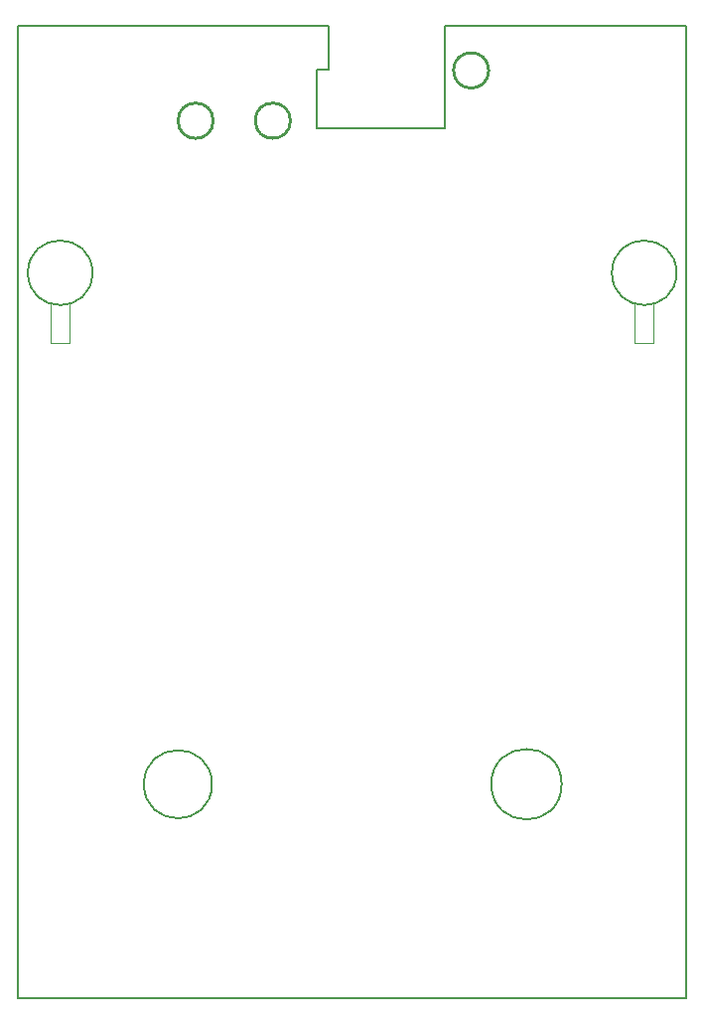
<source format=gko>
G04*
G04 #@! TF.GenerationSoftware,Altium Limited,Altium Designer,21.0.8 (223)*
G04*
G04 Layer_Color=16711935*
%FSTAX24Y24*%
%MOIN*%
G70*
G04*
G04 #@! TF.SameCoordinates,10F33D99-08B0-41F8-98B5-3503CEFC6C94*
G04*
G04*
G04 #@! TF.FilePolarity,Positive*
G04*
G01*
G75*
%ADD11C,0.0100*%
%ADD13C,0.0079*%
%ADD16C,0.0050*%
%ADD86C,0.0049*%
D11*
X02911Y049146D02*
G03*
X02911Y049146I-000591J0D01*
G01*
X022453Y047461D02*
G03*
X022453Y047461I-000591J0D01*
G01*
X019862D02*
G03*
X019862Y047461I-000591J0D01*
G01*
D13*
X013307Y050642D02*
X023736D01*
X02374Y049173D02*
Y050642D01*
X023354Y049173D02*
X023736D01*
X023354Y047205D02*
Y049173D01*
X027654Y04722D02*
Y050642D01*
X023354Y047205D02*
X027654D01*
Y050642D02*
X035748Y050642D01*
X013307Y050634D02*
X013307Y018032D01*
Y018031D02*
X035748Y018032D01*
X035748Y05063D02*
X035748Y018032D01*
D16*
X031559Y025213D02*
G03*
X031559Y025213I-001181J0D01*
G01*
X019819Y025213D02*
G03*
X019819Y025213I-001142J0D01*
G01*
X035413Y042362D02*
G03*
X035413Y042362I-001083J0D01*
G01*
X015807D02*
G03*
X015807Y042362I-001083J0D01*
G01*
D86*
X03402Y04D02*
X034335D01*
X03465D01*
X03402D02*
Y041327D01*
X03465Y04D02*
Y041327D01*
X015039Y04D02*
Y041326D01*
X014409Y04D02*
Y041326D01*
X014724Y04D02*
X015039D01*
X014409D02*
X014724D01*
M02*

</source>
